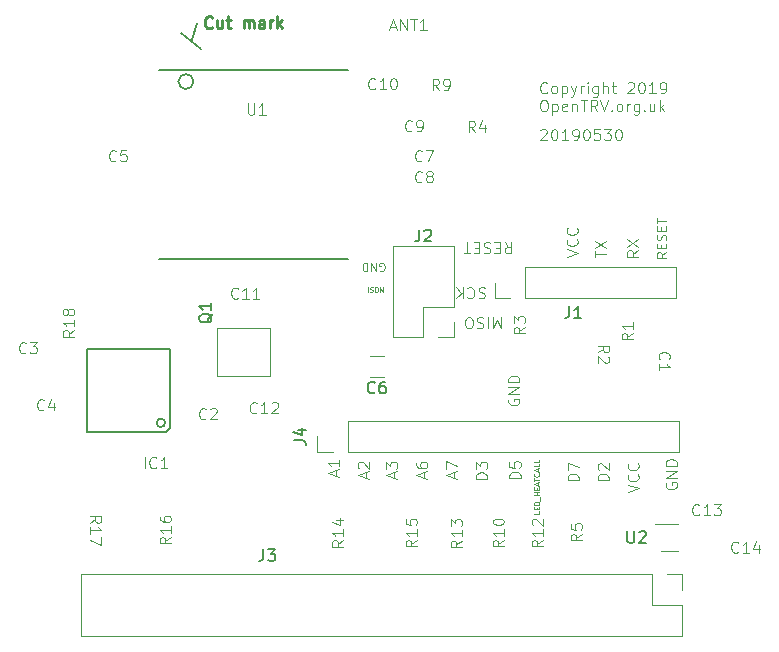
<source format=gbr>
G04 #@! TF.GenerationSoftware,KiCad,Pcbnew,5.0.0*
G04 #@! TF.CreationDate,2019-05-31T14:30:27+01:00*
G04 #@! TF.ProjectId,RRAT,525241542E6B696361645F7063620000,rev?*
G04 #@! TF.SameCoordinates,Original*
G04 #@! TF.FileFunction,Legend,Top*
G04 #@! TF.FilePolarity,Positive*
%FSLAX46Y46*%
G04 Gerber Fmt 4.6, Leading zero omitted, Abs format (unit mm)*
G04 Created by KiCad (PCBNEW 5.0.0) date Fri May 31 14:30:27 2019*
%MOMM*%
%LPD*%
G01*
G04 APERTURE LIST*
%ADD10C,0.076000*%
%ADD11C,0.080000*%
%ADD12C,0.150000*%
%ADD13C,0.250000*%
%ADD14C,0.120000*%
%ADD15C,0.152400*%
%ADD16C,0.203200*%
%ADD17C,0.127000*%
G04 APERTURE END LIST*
D10*
X145273904Y-78644333D02*
X145726285Y-78644333D01*
X145183428Y-78915761D02*
X145500095Y-77965761D01*
X145816761Y-78915761D01*
X146133428Y-78915761D02*
X146133428Y-77965761D01*
X146676285Y-78915761D01*
X146676285Y-77965761D01*
X146992952Y-77965761D02*
X147535809Y-77965761D01*
X147264380Y-78915761D02*
X147264380Y-77965761D01*
X148350095Y-78915761D02*
X147807238Y-78915761D01*
X148078666Y-78915761D02*
X148078666Y-77965761D01*
X147988190Y-78101476D01*
X147897714Y-78191952D01*
X147807238Y-78237190D01*
D11*
X140655931Y-116690729D02*
X140655931Y-116238348D01*
X140927359Y-116781205D02*
X139977359Y-116464538D01*
X140927359Y-116147872D01*
X140927359Y-115333586D02*
X140927359Y-115876443D01*
X140927359Y-115605014D02*
X139977359Y-115605014D01*
X140113074Y-115695491D01*
X140203550Y-115785967D01*
X140248788Y-115876443D01*
X157908571Y-119681219D02*
X157908571Y-119895505D01*
X157458571Y-119895505D01*
X157672857Y-119531219D02*
X157672857Y-119381219D01*
X157908571Y-119316934D02*
X157908571Y-119531219D01*
X157458571Y-119531219D01*
X157458571Y-119316934D01*
X157908571Y-119124076D02*
X157458571Y-119124076D01*
X157458571Y-119016934D01*
X157480000Y-118952648D01*
X157522857Y-118909791D01*
X157565714Y-118888362D01*
X157651428Y-118866934D01*
X157715714Y-118866934D01*
X157801428Y-118888362D01*
X157844285Y-118909791D01*
X157887142Y-118952648D01*
X157908571Y-119016934D01*
X157908571Y-119124076D01*
X157951428Y-118781219D02*
X157951428Y-118438362D01*
X157908571Y-118331219D02*
X157458571Y-118331219D01*
X157672857Y-118331219D02*
X157672857Y-118074076D01*
X157908571Y-118074076D02*
X157458571Y-118074076D01*
X157672857Y-117859791D02*
X157672857Y-117709791D01*
X157908571Y-117645505D02*
X157908571Y-117859791D01*
X157458571Y-117859791D01*
X157458571Y-117645505D01*
X157780000Y-117474076D02*
X157780000Y-117259791D01*
X157908571Y-117516934D02*
X157458571Y-117366934D01*
X157908571Y-117216934D01*
X157458571Y-117131219D02*
X157458571Y-116874076D01*
X157908571Y-117002648D02*
X157458571Y-117002648D01*
X157865714Y-116466934D02*
X157887142Y-116488362D01*
X157908571Y-116552648D01*
X157908571Y-116595505D01*
X157887142Y-116659791D01*
X157844285Y-116702648D01*
X157801428Y-116724076D01*
X157715714Y-116745505D01*
X157651428Y-116745505D01*
X157565714Y-116724076D01*
X157522857Y-116702648D01*
X157480000Y-116659791D01*
X157458571Y-116595505D01*
X157458571Y-116552648D01*
X157480000Y-116488362D01*
X157501428Y-116466934D01*
X157780000Y-116295505D02*
X157780000Y-116081219D01*
X157908571Y-116338362D02*
X157458571Y-116188362D01*
X157908571Y-116038362D01*
X157908571Y-115674076D02*
X157908571Y-115888362D01*
X157458571Y-115888362D01*
X157908571Y-115309791D02*
X157908571Y-115524076D01*
X157458571Y-115524076D01*
D12*
X128524000Y-79756000D02*
X128948198Y-78334134D01*
X129286000Y-80518000D02*
X127601998Y-79210434D01*
D13*
X130199142Y-78691276D02*
X130151523Y-78738895D01*
X130008666Y-78786514D01*
X129913428Y-78786514D01*
X129770571Y-78738895D01*
X129675333Y-78643657D01*
X129627714Y-78548419D01*
X129580095Y-78357943D01*
X129580095Y-78215086D01*
X129627714Y-78024610D01*
X129675333Y-77929372D01*
X129770571Y-77834134D01*
X129913428Y-77786514D01*
X130008666Y-77786514D01*
X130151523Y-77834134D01*
X130199142Y-77881753D01*
X131056285Y-78119848D02*
X131056285Y-78786514D01*
X130627714Y-78119848D02*
X130627714Y-78643657D01*
X130675333Y-78738895D01*
X130770571Y-78786514D01*
X130913428Y-78786514D01*
X131008666Y-78738895D01*
X131056285Y-78691276D01*
X131389619Y-78119848D02*
X131770571Y-78119848D01*
X131532476Y-77786514D02*
X131532476Y-78643657D01*
X131580095Y-78738895D01*
X131675333Y-78786514D01*
X131770571Y-78786514D01*
X132865809Y-78786514D02*
X132865809Y-78119848D01*
X132865809Y-78215086D02*
X132913428Y-78167467D01*
X133008666Y-78119848D01*
X133151523Y-78119848D01*
X133246761Y-78167467D01*
X133294380Y-78262705D01*
X133294380Y-78786514D01*
X133294380Y-78262705D02*
X133342000Y-78167467D01*
X133437238Y-78119848D01*
X133580095Y-78119848D01*
X133675333Y-78167467D01*
X133722952Y-78262705D01*
X133722952Y-78786514D01*
X134627714Y-78786514D02*
X134627714Y-78262705D01*
X134580095Y-78167467D01*
X134484857Y-78119848D01*
X134294380Y-78119848D01*
X134199142Y-78167467D01*
X134627714Y-78738895D02*
X134532476Y-78786514D01*
X134294380Y-78786514D01*
X134199142Y-78738895D01*
X134151523Y-78643657D01*
X134151523Y-78548419D01*
X134199142Y-78453181D01*
X134294380Y-78405562D01*
X134532476Y-78405562D01*
X134627714Y-78357943D01*
X135103904Y-78786514D02*
X135103904Y-78119848D01*
X135103904Y-78310324D02*
X135151523Y-78215086D01*
X135199142Y-78167467D01*
X135294380Y-78119848D01*
X135389619Y-78119848D01*
X135722952Y-78786514D02*
X135722952Y-77786514D01*
X135818190Y-78405562D02*
X136103904Y-78786514D01*
X136103904Y-78119848D02*
X135722952Y-78500800D01*
D11*
X144400000Y-99314000D02*
X144466666Y-99347333D01*
X144566666Y-99347333D01*
X144666666Y-99314000D01*
X144733333Y-99247333D01*
X144766666Y-99180666D01*
X144800000Y-99047333D01*
X144800000Y-98947333D01*
X144766666Y-98814000D01*
X144733333Y-98747333D01*
X144666666Y-98680666D01*
X144566666Y-98647333D01*
X144500000Y-98647333D01*
X144400000Y-98680666D01*
X144366666Y-98714000D01*
X144366666Y-98947333D01*
X144500000Y-98947333D01*
X144066666Y-98647333D02*
X144066666Y-99347333D01*
X143666666Y-98647333D01*
X143666666Y-99347333D01*
X143333333Y-98647333D02*
X143333333Y-99347333D01*
X143166666Y-99347333D01*
X143066666Y-99314000D01*
X143000000Y-99247333D01*
X142966666Y-99180666D01*
X142933333Y-99047333D01*
X142933333Y-98947333D01*
X142966666Y-98814000D01*
X143000000Y-98747333D01*
X143066666Y-98680666D01*
X143166666Y-98647333D01*
X143333333Y-98647333D01*
X154964571Y-96885238D02*
X155281238Y-97337619D01*
X155507428Y-96885238D02*
X155507428Y-97835238D01*
X155145523Y-97835238D01*
X155055047Y-97790000D01*
X155009809Y-97744761D01*
X154964571Y-97654285D01*
X154964571Y-97518571D01*
X155009809Y-97428095D01*
X155055047Y-97382857D01*
X155145523Y-97337619D01*
X155507428Y-97337619D01*
X154557428Y-97382857D02*
X154240761Y-97382857D01*
X154105047Y-96885238D02*
X154557428Y-96885238D01*
X154557428Y-97835238D01*
X154105047Y-97835238D01*
X153743142Y-96930476D02*
X153607428Y-96885238D01*
X153381238Y-96885238D01*
X153290761Y-96930476D01*
X153245523Y-96975714D01*
X153200285Y-97066190D01*
X153200285Y-97156666D01*
X153245523Y-97247142D01*
X153290761Y-97292380D01*
X153381238Y-97337619D01*
X153562190Y-97382857D01*
X153652666Y-97428095D01*
X153697904Y-97473333D01*
X153743142Y-97563809D01*
X153743142Y-97654285D01*
X153697904Y-97744761D01*
X153652666Y-97790000D01*
X153562190Y-97835238D01*
X153336000Y-97835238D01*
X153200285Y-97790000D01*
X152793142Y-97382857D02*
X152476476Y-97382857D01*
X152340761Y-96885238D02*
X152793142Y-96885238D01*
X152793142Y-97835238D01*
X152340761Y-97835238D01*
X152069333Y-97835238D02*
X151526476Y-97835238D01*
X151797904Y-96885238D02*
X151797904Y-97835238D01*
X153297809Y-100740476D02*
X153162095Y-100695238D01*
X152935904Y-100695238D01*
X152845428Y-100740476D01*
X152800190Y-100785714D01*
X152754952Y-100876190D01*
X152754952Y-100966666D01*
X152800190Y-101057142D01*
X152845428Y-101102380D01*
X152935904Y-101147619D01*
X153116857Y-101192857D01*
X153207333Y-101238095D01*
X153252571Y-101283333D01*
X153297809Y-101373809D01*
X153297809Y-101464285D01*
X153252571Y-101554761D01*
X153207333Y-101600000D01*
X153116857Y-101645238D01*
X152890666Y-101645238D01*
X152754952Y-101600000D01*
X151804952Y-100785714D02*
X151850190Y-100740476D01*
X151985904Y-100695238D01*
X152076380Y-100695238D01*
X152212095Y-100740476D01*
X152302571Y-100830952D01*
X152347809Y-100921428D01*
X152393047Y-101102380D01*
X152393047Y-101238095D01*
X152347809Y-101419047D01*
X152302571Y-101509523D01*
X152212095Y-101600000D01*
X152076380Y-101645238D01*
X151985904Y-101645238D01*
X151850190Y-101600000D01*
X151804952Y-101554761D01*
X151397809Y-100695238D02*
X151397809Y-101645238D01*
X150854952Y-100695238D02*
X151262095Y-101238095D01*
X150854952Y-101645238D02*
X151397809Y-101102380D01*
X154647904Y-103235238D02*
X154647904Y-104185238D01*
X154331238Y-103506666D01*
X154014571Y-104185238D01*
X154014571Y-103235238D01*
X153562190Y-103235238D02*
X153562190Y-104185238D01*
X153155047Y-103280476D02*
X153019333Y-103235238D01*
X152793142Y-103235238D01*
X152702666Y-103280476D01*
X152657428Y-103325714D01*
X152612190Y-103416190D01*
X152612190Y-103506666D01*
X152657428Y-103597142D01*
X152702666Y-103642380D01*
X152793142Y-103687619D01*
X152974095Y-103732857D01*
X153064571Y-103778095D01*
X153109809Y-103823333D01*
X153155047Y-103913809D01*
X153155047Y-104004285D01*
X153109809Y-104094761D01*
X153064571Y-104140000D01*
X152974095Y-104185238D01*
X152747904Y-104185238D01*
X152612190Y-104140000D01*
X152024095Y-104185238D02*
X151843142Y-104185238D01*
X151752666Y-104140000D01*
X151662190Y-104049523D01*
X151616952Y-103868571D01*
X151616952Y-103551904D01*
X151662190Y-103370952D01*
X151752666Y-103280476D01*
X151843142Y-103235238D01*
X152024095Y-103235238D01*
X152114571Y-103280476D01*
X152205047Y-103370952D01*
X152250285Y-103551904D01*
X152250285Y-103868571D01*
X152205047Y-104049523D01*
X152114571Y-104140000D01*
X152024095Y-104185238D01*
X144660380Y-100711047D02*
X144660380Y-101111047D01*
X144527047Y-100825333D01*
X144393714Y-101111047D01*
X144393714Y-100711047D01*
X144127047Y-101111047D02*
X144050857Y-101111047D01*
X144012761Y-101092000D01*
X143974666Y-101053904D01*
X143955619Y-100977714D01*
X143955619Y-100844380D01*
X143974666Y-100768190D01*
X144012761Y-100730095D01*
X144050857Y-100711047D01*
X144127047Y-100711047D01*
X144165142Y-100730095D01*
X144203238Y-100768190D01*
X144222285Y-100844380D01*
X144222285Y-100977714D01*
X144203238Y-101053904D01*
X144165142Y-101092000D01*
X144127047Y-101111047D01*
X143803238Y-100730095D02*
X143746095Y-100711047D01*
X143650857Y-100711047D01*
X143612761Y-100730095D01*
X143593714Y-100749142D01*
X143574666Y-100787238D01*
X143574666Y-100825333D01*
X143593714Y-100863428D01*
X143612761Y-100882476D01*
X143650857Y-100901523D01*
X143727047Y-100920571D01*
X143765142Y-100939619D01*
X143784190Y-100958666D01*
X143803238Y-100996761D01*
X143803238Y-101034857D01*
X143784190Y-101072952D01*
X143765142Y-101092000D01*
X143727047Y-101111047D01*
X143631809Y-101111047D01*
X143574666Y-101092000D01*
X143403238Y-100711047D02*
X143403238Y-101111047D01*
X143221331Y-116855829D02*
X143221331Y-116403448D01*
X143492759Y-116946305D02*
X142542759Y-116629638D01*
X143492759Y-116312972D01*
X142633236Y-116041543D02*
X142587998Y-115996305D01*
X142542759Y-115905829D01*
X142542759Y-115679638D01*
X142587998Y-115589162D01*
X142633236Y-115543924D01*
X142723712Y-115498686D01*
X142814188Y-115498686D01*
X142949902Y-115543924D01*
X143492759Y-116086781D01*
X143492759Y-115498686D01*
X145608931Y-116855829D02*
X145608931Y-116403448D01*
X145880359Y-116946305D02*
X144930359Y-116629638D01*
X145880359Y-116312972D01*
X144930359Y-116086781D02*
X144930359Y-115498686D01*
X145292264Y-115815353D01*
X145292264Y-115679638D01*
X145337502Y-115589162D01*
X145382740Y-115543924D01*
X145473217Y-115498686D01*
X145699407Y-115498686D01*
X145789883Y-115543924D01*
X145835121Y-115589162D01*
X145880359Y-115679638D01*
X145880359Y-115951067D01*
X145835121Y-116041543D01*
X145789883Y-116086781D01*
X150688931Y-116855829D02*
X150688931Y-116403448D01*
X150960359Y-116946305D02*
X150010359Y-116629638D01*
X150960359Y-116312972D01*
X150010359Y-116086781D02*
X150010359Y-115453448D01*
X150960359Y-115860591D01*
X148136231Y-116855829D02*
X148136231Y-116403448D01*
X148407659Y-116946305D02*
X147457659Y-116629638D01*
X148407659Y-116312972D01*
X147457659Y-115589162D02*
X147457659Y-115770114D01*
X147502898Y-115860591D01*
X147548136Y-115905829D01*
X147683850Y-115996305D01*
X147864802Y-116041543D01*
X148226707Y-116041543D01*
X148317183Y-115996305D01*
X148362421Y-115951067D01*
X148407659Y-115860591D01*
X148407659Y-115679638D01*
X148362421Y-115589162D01*
X148317183Y-115543924D01*
X148226707Y-115498686D01*
X148000517Y-115498686D01*
X147910040Y-115543924D01*
X147864802Y-115589162D01*
X147819564Y-115679638D01*
X147819564Y-115860591D01*
X147864802Y-115951067D01*
X147910040Y-115996305D01*
X148000517Y-116041543D01*
X153474959Y-116946305D02*
X152524959Y-116946305D01*
X152524959Y-116720114D01*
X152570198Y-116584400D01*
X152660674Y-116493924D01*
X152751150Y-116448686D01*
X152932102Y-116403448D01*
X153067817Y-116403448D01*
X153248769Y-116448686D01*
X153339245Y-116493924D01*
X153429721Y-116584400D01*
X153474959Y-116720114D01*
X153474959Y-116946305D01*
X152524959Y-116086781D02*
X152524959Y-115498686D01*
X152886864Y-115815353D01*
X152886864Y-115679638D01*
X152932102Y-115589162D01*
X152977340Y-115543924D01*
X153067817Y-115498686D01*
X153294007Y-115498686D01*
X153384483Y-115543924D01*
X153429721Y-115589162D01*
X153474959Y-115679638D01*
X153474959Y-115951067D01*
X153429721Y-116041543D01*
X153384483Y-116086781D01*
X161260059Y-117060605D02*
X160310059Y-117060605D01*
X160310059Y-116834414D01*
X160355298Y-116698700D01*
X160445774Y-116608224D01*
X160536250Y-116562986D01*
X160717202Y-116517748D01*
X160852917Y-116517748D01*
X161033869Y-116562986D01*
X161124345Y-116608224D01*
X161214821Y-116698700D01*
X161260059Y-116834414D01*
X161260059Y-117060605D01*
X160310059Y-116201081D02*
X160310059Y-115567748D01*
X161260059Y-115974891D01*
X156307059Y-116895505D02*
X155357059Y-116895505D01*
X155357059Y-116669314D01*
X155402298Y-116533600D01*
X155492774Y-116443124D01*
X155583250Y-116397886D01*
X155764202Y-116352648D01*
X155899917Y-116352648D01*
X156080869Y-116397886D01*
X156171345Y-116443124D01*
X156261821Y-116533600D01*
X156307059Y-116669314D01*
X156307059Y-116895505D01*
X155357059Y-115493124D02*
X155357059Y-115945505D01*
X155809440Y-115990743D01*
X155764202Y-115945505D01*
X155718964Y-115855029D01*
X155718964Y-115628838D01*
X155764202Y-115538362D01*
X155809440Y-115493124D01*
X155899917Y-115447886D01*
X156126107Y-115447886D01*
X156216583Y-115493124D01*
X156261821Y-115538362D01*
X156307059Y-115628838D01*
X156307059Y-115855029D01*
X156261821Y-115945505D01*
X156216583Y-115990743D01*
X165390059Y-118055843D02*
X166340059Y-117739176D01*
X165390059Y-117422510D01*
X166249583Y-116562986D02*
X166294821Y-116608224D01*
X166340059Y-116743938D01*
X166340059Y-116834414D01*
X166294821Y-116970129D01*
X166204345Y-117060605D01*
X166113869Y-117105843D01*
X165932917Y-117151081D01*
X165797202Y-117151081D01*
X165616250Y-117105843D01*
X165525774Y-117060605D01*
X165435298Y-116970129D01*
X165390059Y-116834414D01*
X165390059Y-116743938D01*
X165435298Y-116608224D01*
X165480536Y-116562986D01*
X166249583Y-115612986D02*
X166294821Y-115658224D01*
X166340059Y-115793938D01*
X166340059Y-115884414D01*
X166294821Y-116020129D01*
X166204345Y-116110605D01*
X166113869Y-116155843D01*
X165932917Y-116201081D01*
X165797202Y-116201081D01*
X165616250Y-116155843D01*
X165525774Y-116110605D01*
X165435298Y-116020129D01*
X165390059Y-115884414D01*
X165390059Y-115793938D01*
X165435298Y-115658224D01*
X165480536Y-115612986D01*
X163787359Y-117060605D02*
X162837359Y-117060605D01*
X162837359Y-116834414D01*
X162882598Y-116698700D01*
X162973074Y-116608224D01*
X163063550Y-116562986D01*
X163244502Y-116517748D01*
X163380217Y-116517748D01*
X163561169Y-116562986D01*
X163651645Y-116608224D01*
X163742121Y-116698700D01*
X163787359Y-116834414D01*
X163787359Y-117060605D01*
X162927836Y-116155843D02*
X162882598Y-116110605D01*
X162837359Y-116020129D01*
X162837359Y-115793938D01*
X162882598Y-115703462D01*
X162927836Y-115658224D01*
X163018312Y-115612986D01*
X163108788Y-115612986D01*
X163244502Y-115658224D01*
X163787359Y-116201081D01*
X163787359Y-115612986D01*
X168656000Y-117285428D02*
X168610761Y-117375904D01*
X168610761Y-117511619D01*
X168656000Y-117647333D01*
X168746476Y-117737809D01*
X168836952Y-117783047D01*
X169017904Y-117828285D01*
X169153619Y-117828285D01*
X169334571Y-117783047D01*
X169425047Y-117737809D01*
X169515523Y-117647333D01*
X169560761Y-117511619D01*
X169560761Y-117421142D01*
X169515523Y-117285428D01*
X169470285Y-117240190D01*
X169153619Y-117240190D01*
X169153619Y-117421142D01*
X169560761Y-116833047D02*
X168610761Y-116833047D01*
X169560761Y-116290190D01*
X168610761Y-116290190D01*
X169560761Y-115837809D02*
X168610761Y-115837809D01*
X168610761Y-115611619D01*
X168656000Y-115475904D01*
X168746476Y-115385428D01*
X168836952Y-115340190D01*
X169017904Y-115294952D01*
X169153619Y-115294952D01*
X169334571Y-115340190D01*
X169425047Y-115385428D01*
X169515523Y-115475904D01*
X169560761Y-115611619D01*
X169560761Y-115837809D01*
X155300698Y-110186662D02*
X155255459Y-110277138D01*
X155255459Y-110412853D01*
X155300698Y-110548567D01*
X155391174Y-110639043D01*
X155481650Y-110684281D01*
X155662602Y-110729519D01*
X155798317Y-110729519D01*
X155979269Y-110684281D01*
X156069745Y-110639043D01*
X156160221Y-110548567D01*
X156205459Y-110412853D01*
X156205459Y-110322376D01*
X156160221Y-110186662D01*
X156114983Y-110141424D01*
X155798317Y-110141424D01*
X155798317Y-110322376D01*
X156205459Y-109734281D02*
X155255459Y-109734281D01*
X156205459Y-109191424D01*
X155255459Y-109191424D01*
X156205459Y-108739043D02*
X155255459Y-108739043D01*
X155255459Y-108512853D01*
X155300698Y-108377138D01*
X155391174Y-108286662D01*
X155481650Y-108241424D01*
X155662602Y-108196186D01*
X155798317Y-108196186D01*
X155979269Y-108241424D01*
X156069745Y-108286662D01*
X156160221Y-108377138D01*
X156205459Y-108512853D01*
X156205459Y-108739043D01*
X160204761Y-98125809D02*
X161154761Y-97809142D01*
X160204761Y-97492476D01*
X161064285Y-96632952D02*
X161109523Y-96678190D01*
X161154761Y-96813904D01*
X161154761Y-96904380D01*
X161109523Y-97040095D01*
X161019047Y-97130571D01*
X160928571Y-97175809D01*
X160747619Y-97221047D01*
X160611904Y-97221047D01*
X160430952Y-97175809D01*
X160340476Y-97130571D01*
X160250000Y-97040095D01*
X160204761Y-96904380D01*
X160204761Y-96813904D01*
X160250000Y-96678190D01*
X160295238Y-96632952D01*
X161064285Y-95682952D02*
X161109523Y-95728190D01*
X161154761Y-95863904D01*
X161154761Y-95954380D01*
X161109523Y-96090095D01*
X161019047Y-96180571D01*
X160928571Y-96225809D01*
X160747619Y-96271047D01*
X160611904Y-96271047D01*
X160430952Y-96225809D01*
X160340476Y-96180571D01*
X160250000Y-96090095D01*
X160204761Y-95954380D01*
X160204761Y-95863904D01*
X160250000Y-95728190D01*
X160295238Y-95682952D01*
X162629761Y-98165095D02*
X162629761Y-97622238D01*
X163579761Y-97893666D02*
X162629761Y-97893666D01*
X162629761Y-97396047D02*
X163579761Y-96762714D01*
X162629761Y-96762714D02*
X163579761Y-97396047D01*
X166279761Y-97587714D02*
X165827380Y-97904380D01*
X166279761Y-98130571D02*
X165329761Y-98130571D01*
X165329761Y-97768666D01*
X165375000Y-97678190D01*
X165420238Y-97632952D01*
X165510714Y-97587714D01*
X165646428Y-97587714D01*
X165736904Y-97632952D01*
X165782142Y-97678190D01*
X165827380Y-97768666D01*
X165827380Y-98130571D01*
X165329761Y-97271047D02*
X166279761Y-96637714D01*
X165329761Y-96637714D02*
X166279761Y-97271047D01*
X168636904Y-97748428D02*
X168255952Y-98015095D01*
X168636904Y-98205571D02*
X167836904Y-98205571D01*
X167836904Y-97900809D01*
X167875000Y-97824619D01*
X167913095Y-97786523D01*
X167989285Y-97748428D01*
X168103571Y-97748428D01*
X168179761Y-97786523D01*
X168217857Y-97824619D01*
X168255952Y-97900809D01*
X168255952Y-98205571D01*
X168217857Y-97405571D02*
X168217857Y-97138904D01*
X168636904Y-97024619D02*
X168636904Y-97405571D01*
X167836904Y-97405571D01*
X167836904Y-97024619D01*
X168598809Y-96719857D02*
X168636904Y-96605571D01*
X168636904Y-96415095D01*
X168598809Y-96338904D01*
X168560714Y-96300809D01*
X168484523Y-96262714D01*
X168408333Y-96262714D01*
X168332142Y-96300809D01*
X168294047Y-96338904D01*
X168255952Y-96415095D01*
X168217857Y-96567476D01*
X168179761Y-96643666D01*
X168141666Y-96681761D01*
X168065476Y-96719857D01*
X167989285Y-96719857D01*
X167913095Y-96681761D01*
X167875000Y-96643666D01*
X167836904Y-96567476D01*
X167836904Y-96377000D01*
X167875000Y-96262714D01*
X168217857Y-95919857D02*
X168217857Y-95653190D01*
X168636904Y-95538904D02*
X168636904Y-95919857D01*
X167836904Y-95919857D01*
X167836904Y-95538904D01*
X167836904Y-95310333D02*
X167836904Y-94853190D01*
X168636904Y-95081761D02*
X167836904Y-95081761D01*
X157990857Y-87421238D02*
X158036095Y-87376000D01*
X158126571Y-87330761D01*
X158352761Y-87330761D01*
X158443238Y-87376000D01*
X158488476Y-87421238D01*
X158533714Y-87511714D01*
X158533714Y-87602190D01*
X158488476Y-87737904D01*
X157945619Y-88280761D01*
X158533714Y-88280761D01*
X159121809Y-87330761D02*
X159212285Y-87330761D01*
X159302761Y-87376000D01*
X159348000Y-87421238D01*
X159393238Y-87511714D01*
X159438476Y-87692666D01*
X159438476Y-87918857D01*
X159393238Y-88099809D01*
X159348000Y-88190285D01*
X159302761Y-88235523D01*
X159212285Y-88280761D01*
X159121809Y-88280761D01*
X159031333Y-88235523D01*
X158986095Y-88190285D01*
X158940857Y-88099809D01*
X158895619Y-87918857D01*
X158895619Y-87692666D01*
X158940857Y-87511714D01*
X158986095Y-87421238D01*
X159031333Y-87376000D01*
X159121809Y-87330761D01*
X160343238Y-88280761D02*
X159800380Y-88280761D01*
X160071809Y-88280761D02*
X160071809Y-87330761D01*
X159981333Y-87466476D01*
X159890857Y-87556952D01*
X159800380Y-87602190D01*
X160795619Y-88280761D02*
X160976571Y-88280761D01*
X161067047Y-88235523D01*
X161112285Y-88190285D01*
X161202761Y-88054571D01*
X161248000Y-87873619D01*
X161248000Y-87511714D01*
X161202761Y-87421238D01*
X161157523Y-87376000D01*
X161067047Y-87330761D01*
X160886095Y-87330761D01*
X160795619Y-87376000D01*
X160750380Y-87421238D01*
X160705142Y-87511714D01*
X160705142Y-87737904D01*
X160750380Y-87828380D01*
X160795619Y-87873619D01*
X160886095Y-87918857D01*
X161067047Y-87918857D01*
X161157523Y-87873619D01*
X161202761Y-87828380D01*
X161248000Y-87737904D01*
X161836095Y-87330761D02*
X161926571Y-87330761D01*
X162017047Y-87376000D01*
X162062285Y-87421238D01*
X162107523Y-87511714D01*
X162152761Y-87692666D01*
X162152761Y-87918857D01*
X162107523Y-88099809D01*
X162062285Y-88190285D01*
X162017047Y-88235523D01*
X161926571Y-88280761D01*
X161836095Y-88280761D01*
X161745619Y-88235523D01*
X161700380Y-88190285D01*
X161655142Y-88099809D01*
X161609904Y-87918857D01*
X161609904Y-87692666D01*
X161655142Y-87511714D01*
X161700380Y-87421238D01*
X161745619Y-87376000D01*
X161836095Y-87330761D01*
X163012285Y-87330761D02*
X162559904Y-87330761D01*
X162514666Y-87783142D01*
X162559904Y-87737904D01*
X162650380Y-87692666D01*
X162876571Y-87692666D01*
X162967047Y-87737904D01*
X163012285Y-87783142D01*
X163057523Y-87873619D01*
X163057523Y-88099809D01*
X163012285Y-88190285D01*
X162967047Y-88235523D01*
X162876571Y-88280761D01*
X162650380Y-88280761D01*
X162559904Y-88235523D01*
X162514666Y-88190285D01*
X163374190Y-87330761D02*
X163962285Y-87330761D01*
X163645619Y-87692666D01*
X163781333Y-87692666D01*
X163871809Y-87737904D01*
X163917047Y-87783142D01*
X163962285Y-87873619D01*
X163962285Y-88099809D01*
X163917047Y-88190285D01*
X163871809Y-88235523D01*
X163781333Y-88280761D01*
X163509904Y-88280761D01*
X163419428Y-88235523D01*
X163374190Y-88190285D01*
X164550380Y-87330761D02*
X164640857Y-87330761D01*
X164731333Y-87376000D01*
X164776571Y-87421238D01*
X164821809Y-87511714D01*
X164867047Y-87692666D01*
X164867047Y-87918857D01*
X164821809Y-88099809D01*
X164776571Y-88190285D01*
X164731333Y-88235523D01*
X164640857Y-88280761D01*
X164550380Y-88280761D01*
X164459904Y-88235523D01*
X164414666Y-88190285D01*
X164369428Y-88099809D01*
X164324190Y-87918857D01*
X164324190Y-87692666D01*
X164369428Y-87511714D01*
X164414666Y-87421238D01*
X164459904Y-87376000D01*
X164550380Y-87330761D01*
X158555047Y-84211285D02*
X158509809Y-84256523D01*
X158374095Y-84301761D01*
X158283619Y-84301761D01*
X158147904Y-84256523D01*
X158057428Y-84166047D01*
X158012190Y-84075571D01*
X157966952Y-83894619D01*
X157966952Y-83758904D01*
X158012190Y-83577952D01*
X158057428Y-83487476D01*
X158147904Y-83397000D01*
X158283619Y-83351761D01*
X158374095Y-83351761D01*
X158509809Y-83397000D01*
X158555047Y-83442238D01*
X159097904Y-84301761D02*
X159007428Y-84256523D01*
X158962190Y-84211285D01*
X158916952Y-84120809D01*
X158916952Y-83849380D01*
X158962190Y-83758904D01*
X159007428Y-83713666D01*
X159097904Y-83668428D01*
X159233619Y-83668428D01*
X159324095Y-83713666D01*
X159369333Y-83758904D01*
X159414571Y-83849380D01*
X159414571Y-84120809D01*
X159369333Y-84211285D01*
X159324095Y-84256523D01*
X159233619Y-84301761D01*
X159097904Y-84301761D01*
X159821714Y-83668428D02*
X159821714Y-84618428D01*
X159821714Y-83713666D02*
X159912190Y-83668428D01*
X160093142Y-83668428D01*
X160183619Y-83713666D01*
X160228857Y-83758904D01*
X160274095Y-83849380D01*
X160274095Y-84120809D01*
X160228857Y-84211285D01*
X160183619Y-84256523D01*
X160093142Y-84301761D01*
X159912190Y-84301761D01*
X159821714Y-84256523D01*
X160590761Y-83668428D02*
X160816952Y-84301761D01*
X161043142Y-83668428D02*
X160816952Y-84301761D01*
X160726476Y-84527952D01*
X160681238Y-84573190D01*
X160590761Y-84618428D01*
X161405047Y-84301761D02*
X161405047Y-83668428D01*
X161405047Y-83849380D02*
X161450285Y-83758904D01*
X161495523Y-83713666D01*
X161586000Y-83668428D01*
X161676476Y-83668428D01*
X161993142Y-84301761D02*
X161993142Y-83668428D01*
X161993142Y-83351761D02*
X161947904Y-83397000D01*
X161993142Y-83442238D01*
X162038380Y-83397000D01*
X161993142Y-83351761D01*
X161993142Y-83442238D01*
X162852666Y-83668428D02*
X162852666Y-84437476D01*
X162807428Y-84527952D01*
X162762190Y-84573190D01*
X162671714Y-84618428D01*
X162536000Y-84618428D01*
X162445523Y-84573190D01*
X162852666Y-84256523D02*
X162762190Y-84301761D01*
X162581238Y-84301761D01*
X162490761Y-84256523D01*
X162445523Y-84211285D01*
X162400285Y-84120809D01*
X162400285Y-83849380D01*
X162445523Y-83758904D01*
X162490761Y-83713666D01*
X162581238Y-83668428D01*
X162762190Y-83668428D01*
X162852666Y-83713666D01*
X163305047Y-84301761D02*
X163305047Y-83351761D01*
X163712190Y-84301761D02*
X163712190Y-83804142D01*
X163666952Y-83713666D01*
X163576476Y-83668428D01*
X163440761Y-83668428D01*
X163350285Y-83713666D01*
X163305047Y-83758904D01*
X164028857Y-83668428D02*
X164390761Y-83668428D01*
X164164571Y-83351761D02*
X164164571Y-84166047D01*
X164209809Y-84256523D01*
X164300285Y-84301761D01*
X164390761Y-84301761D01*
X165386000Y-83442238D02*
X165431238Y-83397000D01*
X165521714Y-83351761D01*
X165747904Y-83351761D01*
X165838380Y-83397000D01*
X165883619Y-83442238D01*
X165928857Y-83532714D01*
X165928857Y-83623190D01*
X165883619Y-83758904D01*
X165340761Y-84301761D01*
X165928857Y-84301761D01*
X166516952Y-83351761D02*
X166607428Y-83351761D01*
X166697904Y-83397000D01*
X166743142Y-83442238D01*
X166788380Y-83532714D01*
X166833619Y-83713666D01*
X166833619Y-83939857D01*
X166788380Y-84120809D01*
X166743142Y-84211285D01*
X166697904Y-84256523D01*
X166607428Y-84301761D01*
X166516952Y-84301761D01*
X166426476Y-84256523D01*
X166381238Y-84211285D01*
X166336000Y-84120809D01*
X166290761Y-83939857D01*
X166290761Y-83713666D01*
X166336000Y-83532714D01*
X166381238Y-83442238D01*
X166426476Y-83397000D01*
X166516952Y-83351761D01*
X167738380Y-84301761D02*
X167195523Y-84301761D01*
X167466952Y-84301761D02*
X167466952Y-83351761D01*
X167376476Y-83487476D01*
X167286000Y-83577952D01*
X167195523Y-83623190D01*
X168190761Y-84301761D02*
X168371714Y-84301761D01*
X168462190Y-84256523D01*
X168507428Y-84211285D01*
X168597904Y-84075571D01*
X168643142Y-83894619D01*
X168643142Y-83532714D01*
X168597904Y-83442238D01*
X168552666Y-83397000D01*
X168462190Y-83351761D01*
X168281238Y-83351761D01*
X168190761Y-83397000D01*
X168145523Y-83442238D01*
X168100285Y-83532714D01*
X168100285Y-83758904D01*
X168145523Y-83849380D01*
X168190761Y-83894619D01*
X168281238Y-83939857D01*
X168462190Y-83939857D01*
X168552666Y-83894619D01*
X168597904Y-83849380D01*
X168643142Y-83758904D01*
X158193142Y-84856761D02*
X158374095Y-84856761D01*
X158464571Y-84902000D01*
X158555047Y-84992476D01*
X158600285Y-85173428D01*
X158600285Y-85490095D01*
X158555047Y-85671047D01*
X158464571Y-85761523D01*
X158374095Y-85806761D01*
X158193142Y-85806761D01*
X158102666Y-85761523D01*
X158012190Y-85671047D01*
X157966952Y-85490095D01*
X157966952Y-85173428D01*
X158012190Y-84992476D01*
X158102666Y-84902000D01*
X158193142Y-84856761D01*
X159007428Y-85173428D02*
X159007428Y-86123428D01*
X159007428Y-85218666D02*
X159097904Y-85173428D01*
X159278857Y-85173428D01*
X159369333Y-85218666D01*
X159414571Y-85263904D01*
X159459809Y-85354380D01*
X159459809Y-85625809D01*
X159414571Y-85716285D01*
X159369333Y-85761523D01*
X159278857Y-85806761D01*
X159097904Y-85806761D01*
X159007428Y-85761523D01*
X160228857Y-85761523D02*
X160138380Y-85806761D01*
X159957428Y-85806761D01*
X159866952Y-85761523D01*
X159821714Y-85671047D01*
X159821714Y-85309142D01*
X159866952Y-85218666D01*
X159957428Y-85173428D01*
X160138380Y-85173428D01*
X160228857Y-85218666D01*
X160274095Y-85309142D01*
X160274095Y-85399619D01*
X159821714Y-85490095D01*
X160681238Y-85173428D02*
X160681238Y-85806761D01*
X160681238Y-85263904D02*
X160726476Y-85218666D01*
X160816952Y-85173428D01*
X160952666Y-85173428D01*
X161043142Y-85218666D01*
X161088380Y-85309142D01*
X161088380Y-85806761D01*
X161405047Y-84856761D02*
X161947904Y-84856761D01*
X161676476Y-85806761D02*
X161676476Y-84856761D01*
X162807428Y-85806761D02*
X162490761Y-85354380D01*
X162264571Y-85806761D02*
X162264571Y-84856761D01*
X162626476Y-84856761D01*
X162716952Y-84902000D01*
X162762190Y-84947238D01*
X162807428Y-85037714D01*
X162807428Y-85173428D01*
X162762190Y-85263904D01*
X162716952Y-85309142D01*
X162626476Y-85354380D01*
X162264571Y-85354380D01*
X163078857Y-84856761D02*
X163395523Y-85806761D01*
X163712190Y-84856761D01*
X164028857Y-85716285D02*
X164074095Y-85761523D01*
X164028857Y-85806761D01*
X163983619Y-85761523D01*
X164028857Y-85716285D01*
X164028857Y-85806761D01*
X164616952Y-85806761D02*
X164526476Y-85761523D01*
X164481238Y-85716285D01*
X164436000Y-85625809D01*
X164436000Y-85354380D01*
X164481238Y-85263904D01*
X164526476Y-85218666D01*
X164616952Y-85173428D01*
X164752666Y-85173428D01*
X164843142Y-85218666D01*
X164888380Y-85263904D01*
X164933619Y-85354380D01*
X164933619Y-85625809D01*
X164888380Y-85716285D01*
X164843142Y-85761523D01*
X164752666Y-85806761D01*
X164616952Y-85806761D01*
X165340761Y-85806761D02*
X165340761Y-85173428D01*
X165340761Y-85354380D02*
X165386000Y-85263904D01*
X165431238Y-85218666D01*
X165521714Y-85173428D01*
X165612190Y-85173428D01*
X166336000Y-85173428D02*
X166336000Y-85942476D01*
X166290761Y-86032952D01*
X166245523Y-86078190D01*
X166155047Y-86123428D01*
X166019333Y-86123428D01*
X165928857Y-86078190D01*
X166336000Y-85761523D02*
X166245523Y-85806761D01*
X166064571Y-85806761D01*
X165974095Y-85761523D01*
X165928857Y-85716285D01*
X165883619Y-85625809D01*
X165883619Y-85354380D01*
X165928857Y-85263904D01*
X165974095Y-85218666D01*
X166064571Y-85173428D01*
X166245523Y-85173428D01*
X166336000Y-85218666D01*
X166788380Y-85716285D02*
X166833619Y-85761523D01*
X166788380Y-85806761D01*
X166743142Y-85761523D01*
X166788380Y-85716285D01*
X166788380Y-85806761D01*
X167647904Y-85173428D02*
X167647904Y-85806761D01*
X167240761Y-85173428D02*
X167240761Y-85671047D01*
X167286000Y-85761523D01*
X167376476Y-85806761D01*
X167512190Y-85806761D01*
X167602666Y-85761523D01*
X167647904Y-85716285D01*
X168100285Y-85806761D02*
X168100285Y-84856761D01*
X168190761Y-85444857D02*
X168462190Y-85806761D01*
X168462190Y-85173428D02*
X168100285Y-85535333D01*
D14*
G04 #@! TO.C,C6*
X144744064Y-108352000D02*
X143539936Y-108352000D01*
X144744064Y-106532000D02*
X143539936Y-106532000D01*
G04 #@! TO.C,J3*
X119090000Y-125025000D02*
X119090000Y-130225000D01*
X167410000Y-125025000D02*
X119090000Y-125025000D01*
X170010000Y-130225000D02*
X119090000Y-130225000D01*
X167410000Y-125025000D02*
X167410000Y-127625000D01*
X167410000Y-127625000D02*
X170010000Y-127625000D01*
X170010000Y-127625000D02*
X170010000Y-130225000D01*
X168680000Y-125025000D02*
X170010000Y-125025000D01*
X170010000Y-125025000D02*
X170010000Y-126355000D01*
D15*
G04 #@! TO.C,IC1*
X119609998Y-112961534D02*
X119609998Y-105951534D01*
X119609998Y-105951534D02*
X126619998Y-105951534D01*
X126619998Y-105951534D02*
X126619998Y-112606534D01*
X126264998Y-112961534D02*
X119609998Y-112961534D01*
X126264998Y-112961534D02*
X126619998Y-112606534D01*
X126217398Y-112199734D02*
G75*
G03X126217398Y-112199734I-359200J0D01*
G01*
D16*
G04 #@! TO.C,U1*
X125692398Y-82286434D02*
X141692398Y-82286434D01*
X141692398Y-98286434D02*
X125692398Y-98286434D01*
D17*
X128612398Y-83301434D02*
G75*
G03X128612398Y-83301434I-635000J0D01*
G01*
D14*
G04 #@! TO.C,Q1*
X135059318Y-104150694D02*
X130599318Y-104150694D01*
X130599318Y-104150694D02*
X130599318Y-108214694D01*
X135059318Y-104150694D02*
X135059318Y-108214694D01*
X135059318Y-108214694D02*
X130599318Y-108214694D01*
G04 #@! TO.C,J1*
X169478000Y-101660000D02*
X169478000Y-99000000D01*
X156718000Y-101660000D02*
X169478000Y-101660000D01*
X156718000Y-99000000D02*
X169478000Y-99000000D01*
X156718000Y-101660000D02*
X156718000Y-99000000D01*
X155448000Y-101660000D02*
X154118000Y-101660000D01*
X154118000Y-101660000D02*
X154118000Y-100330000D01*
G04 #@! TO.C,J4*
X169718798Y-114679634D02*
X169718798Y-112019634D01*
X141718798Y-114679634D02*
X169718798Y-114679634D01*
X141718798Y-112019634D02*
X169718798Y-112019634D01*
X141718798Y-114679634D02*
X141718798Y-112019634D01*
X140448798Y-114679634D02*
X139118798Y-114679634D01*
X139118798Y-114679634D02*
X139118798Y-113349634D01*
G04 #@! TO.C,J2*
X150682000Y-97222000D02*
X145482000Y-97222000D01*
X150682000Y-102362000D02*
X150682000Y-97222000D01*
X145482000Y-104962000D02*
X145482000Y-97222000D01*
X150682000Y-102362000D02*
X148082000Y-102362000D01*
X148082000Y-102362000D02*
X148082000Y-104962000D01*
X148082000Y-104962000D02*
X145482000Y-104962000D01*
X150682000Y-103632000D02*
X150682000Y-104962000D01*
X150682000Y-104962000D02*
X149352000Y-104962000D01*
G04 #@! TO.C,U2*
X169610000Y-120760000D02*
X167710000Y-120760000D01*
X168210000Y-123080000D02*
X169610000Y-123080000D01*
G04 #@! TO.C,C6*
D12*
X143975333Y-109619142D02*
X143927714Y-109666761D01*
X143784857Y-109714380D01*
X143689619Y-109714380D01*
X143546761Y-109666761D01*
X143451523Y-109571523D01*
X143403904Y-109476285D01*
X143356285Y-109285809D01*
X143356285Y-109142952D01*
X143403904Y-108952476D01*
X143451523Y-108857238D01*
X143546761Y-108762000D01*
X143689619Y-108714380D01*
X143784857Y-108714380D01*
X143927714Y-108762000D01*
X143975333Y-108809619D01*
X144832476Y-108714380D02*
X144642000Y-108714380D01*
X144546761Y-108762000D01*
X144499142Y-108809619D01*
X144403904Y-108952476D01*
X144356285Y-109142952D01*
X144356285Y-109523904D01*
X144403904Y-109619142D01*
X144451523Y-109666761D01*
X144546761Y-109714380D01*
X144737238Y-109714380D01*
X144832476Y-109666761D01*
X144880095Y-109619142D01*
X144927714Y-109523904D01*
X144927714Y-109285809D01*
X144880095Y-109190571D01*
X144832476Y-109142952D01*
X144737238Y-109095333D01*
X144546761Y-109095333D01*
X144451523Y-109142952D01*
X144403904Y-109190571D01*
X144356285Y-109285809D01*
G04 #@! TO.C,J3*
X134540666Y-122896380D02*
X134540666Y-123610666D01*
X134493047Y-123753523D01*
X134397809Y-123848761D01*
X134254952Y-123896380D01*
X134159714Y-123896380D01*
X134921619Y-122896380D02*
X135540666Y-122896380D01*
X135207333Y-123277333D01*
X135350190Y-123277333D01*
X135445428Y-123324952D01*
X135493047Y-123372571D01*
X135540666Y-123467809D01*
X135540666Y-123705904D01*
X135493047Y-123801142D01*
X135445428Y-123848761D01*
X135350190Y-123896380D01*
X135064476Y-123896380D01*
X134969238Y-123848761D01*
X134921619Y-123801142D01*
G04 #@! TO.C,IC1*
D10*
X124481590Y-116032761D02*
X124481590Y-115082761D01*
X125476828Y-115942285D02*
X125431590Y-115987523D01*
X125295876Y-116032761D01*
X125205400Y-116032761D01*
X125069685Y-115987523D01*
X124979209Y-115897047D01*
X124933971Y-115806571D01*
X124888733Y-115625619D01*
X124888733Y-115489904D01*
X124933971Y-115308952D01*
X124979209Y-115218476D01*
X125069685Y-115128000D01*
X125205400Y-115082761D01*
X125295876Y-115082761D01*
X125431590Y-115128000D01*
X125476828Y-115173238D01*
X126381590Y-116032761D02*
X125838733Y-116032761D01*
X126110161Y-116032761D02*
X126110161Y-115082761D01*
X126019685Y-115218476D01*
X125929209Y-115308952D01*
X125838733Y-115354190D01*
G04 #@! TO.C,U1*
X133239188Y-85161195D02*
X133239188Y-85930243D01*
X133284426Y-86020719D01*
X133329664Y-86065957D01*
X133420140Y-86111195D01*
X133601093Y-86111195D01*
X133691569Y-86065957D01*
X133736807Y-86020719D01*
X133782045Y-85930243D01*
X133782045Y-85161195D01*
X134732045Y-86111195D02*
X134189188Y-86111195D01*
X134460617Y-86111195D02*
X134460617Y-85161195D01*
X134370140Y-85296910D01*
X134279664Y-85387386D01*
X134189188Y-85432624D01*
G04 #@! TO.C,C4*
X115958885Y-111050285D02*
X115913647Y-111095523D01*
X115777933Y-111140761D01*
X115687457Y-111140761D01*
X115551742Y-111095523D01*
X115461266Y-111005047D01*
X115416028Y-110914571D01*
X115370790Y-110733619D01*
X115370790Y-110597904D01*
X115416028Y-110416952D01*
X115461266Y-110326476D01*
X115551742Y-110236000D01*
X115687457Y-110190761D01*
X115777933Y-110190761D01*
X115913647Y-110236000D01*
X115958885Y-110281238D01*
X116773171Y-110507428D02*
X116773171Y-111140761D01*
X116546980Y-110145523D02*
X116320790Y-110824095D01*
X116908885Y-110824095D01*
G04 #@! TO.C,C2*
X129674885Y-111812285D02*
X129629647Y-111857523D01*
X129493933Y-111902761D01*
X129403457Y-111902761D01*
X129267742Y-111857523D01*
X129177266Y-111767047D01*
X129132028Y-111676571D01*
X129086790Y-111495619D01*
X129086790Y-111359904D01*
X129132028Y-111178952D01*
X129177266Y-111088476D01*
X129267742Y-110998000D01*
X129403457Y-110952761D01*
X129493933Y-110952761D01*
X129629647Y-110998000D01*
X129674885Y-111043238D01*
X130036790Y-111043238D02*
X130082028Y-110998000D01*
X130172504Y-110952761D01*
X130398695Y-110952761D01*
X130489171Y-110998000D01*
X130534409Y-111043238D01*
X130579647Y-111133714D01*
X130579647Y-111224190D01*
X130534409Y-111359904D01*
X129991552Y-111902761D01*
X130579647Y-111902761D01*
G04 #@! TO.C,C3*
X114434885Y-106224285D02*
X114389647Y-106269523D01*
X114253933Y-106314761D01*
X114163457Y-106314761D01*
X114027742Y-106269523D01*
X113937266Y-106179047D01*
X113892028Y-106088571D01*
X113846790Y-105907619D01*
X113846790Y-105771904D01*
X113892028Y-105590952D01*
X113937266Y-105500476D01*
X114027742Y-105410000D01*
X114163457Y-105364761D01*
X114253933Y-105364761D01*
X114389647Y-105410000D01*
X114434885Y-105455238D01*
X114751552Y-105364761D02*
X115339647Y-105364761D01*
X115022980Y-105726666D01*
X115158695Y-105726666D01*
X115249171Y-105771904D01*
X115294409Y-105817142D01*
X115339647Y-105907619D01*
X115339647Y-106133809D01*
X115294409Y-106224285D01*
X115249171Y-106269523D01*
X115158695Y-106314761D01*
X114887266Y-106314761D01*
X114796790Y-106269523D01*
X114751552Y-106224285D01*
G04 #@! TO.C,C5*
X122054885Y-89968285D02*
X122009647Y-90013523D01*
X121873933Y-90058761D01*
X121783457Y-90058761D01*
X121647742Y-90013523D01*
X121557266Y-89923047D01*
X121512028Y-89832571D01*
X121466790Y-89651619D01*
X121466790Y-89515904D01*
X121512028Y-89334952D01*
X121557266Y-89244476D01*
X121647742Y-89154000D01*
X121783457Y-89108761D01*
X121873933Y-89108761D01*
X122009647Y-89154000D01*
X122054885Y-89199238D01*
X122914409Y-89108761D02*
X122462028Y-89108761D01*
X122416790Y-89561142D01*
X122462028Y-89515904D01*
X122552504Y-89470666D01*
X122778695Y-89470666D01*
X122869171Y-89515904D01*
X122914409Y-89561142D01*
X122959647Y-89651619D01*
X122959647Y-89877809D01*
X122914409Y-89968285D01*
X122869171Y-90013523D01*
X122778695Y-90058761D01*
X122552504Y-90058761D01*
X122462028Y-90013523D01*
X122416790Y-89968285D01*
G04 #@! TO.C,Q1*
D12*
X130214619Y-102965238D02*
X130167000Y-103060476D01*
X130071761Y-103155714D01*
X129928904Y-103298571D01*
X129881285Y-103393809D01*
X129881285Y-103489047D01*
X130119380Y-103441428D02*
X130071761Y-103536666D01*
X129976523Y-103631904D01*
X129786047Y-103679523D01*
X129452714Y-103679523D01*
X129262238Y-103631904D01*
X129167000Y-103536666D01*
X129119380Y-103441428D01*
X129119380Y-103250952D01*
X129167000Y-103155714D01*
X129262238Y-103060476D01*
X129452714Y-103012857D01*
X129786047Y-103012857D01*
X129976523Y-103060476D01*
X130071761Y-103155714D01*
X130119380Y-103250952D01*
X130119380Y-103441428D01*
X130119380Y-102060476D02*
X130119380Y-102631904D01*
X130119380Y-102346190D02*
X129119380Y-102346190D01*
X129262238Y-102441428D01*
X129357476Y-102536666D01*
X129405095Y-102631904D01*
G04 #@! TO.C,J1*
X160448666Y-102322380D02*
X160448666Y-103036666D01*
X160401047Y-103179523D01*
X160305809Y-103274761D01*
X160162952Y-103322380D01*
X160067714Y-103322380D01*
X161448666Y-103322380D02*
X160877238Y-103322380D01*
X161162952Y-103322380D02*
X161162952Y-102322380D01*
X161067714Y-102465238D01*
X160972476Y-102560476D01*
X160877238Y-102608095D01*
G04 #@! TO.C,J4*
X137120380Y-113682967D02*
X137834666Y-113682967D01*
X137977523Y-113730586D01*
X138072761Y-113825824D01*
X138120380Y-113968681D01*
X138120380Y-114063919D01*
X137453714Y-112778205D02*
X138120380Y-112778205D01*
X137072761Y-113016300D02*
X137787047Y-113254395D01*
X137787047Y-112635348D01*
G04 #@! TO.C,J2*
X147748666Y-95845380D02*
X147748666Y-96559666D01*
X147701047Y-96702523D01*
X147605809Y-96797761D01*
X147462952Y-96845380D01*
X147367714Y-96845380D01*
X148177238Y-95940619D02*
X148224857Y-95893000D01*
X148320095Y-95845380D01*
X148558190Y-95845380D01*
X148653428Y-95893000D01*
X148701047Y-95940619D01*
X148748666Y-96035857D01*
X148748666Y-96131095D01*
X148701047Y-96273952D01*
X148129619Y-96845380D01*
X148748666Y-96845380D01*
G04 #@! TO.C,R4*
D10*
X152456447Y-87584761D02*
X152139780Y-87132380D01*
X151913590Y-87584761D02*
X151913590Y-86634761D01*
X152275495Y-86634761D01*
X152365971Y-86680000D01*
X152411209Y-86725238D01*
X152456447Y-86815714D01*
X152456447Y-86951428D01*
X152411209Y-87041904D01*
X152365971Y-87087142D01*
X152275495Y-87132380D01*
X151913590Y-87132380D01*
X153270733Y-86951428D02*
X153270733Y-87584761D01*
X153044542Y-86589523D02*
X152818352Y-87268095D01*
X153406447Y-87268095D01*
G04 #@! TO.C,R5*
X161498761Y-121609552D02*
X161046380Y-121926219D01*
X161498761Y-122152409D02*
X160548761Y-122152409D01*
X160548761Y-121790504D01*
X160594000Y-121700028D01*
X160639238Y-121654790D01*
X160729714Y-121609552D01*
X160865428Y-121609552D01*
X160955904Y-121654790D01*
X161001142Y-121700028D01*
X161046380Y-121790504D01*
X161046380Y-122152409D01*
X160548761Y-120750028D02*
X160548761Y-121202409D01*
X161001142Y-121247647D01*
X160955904Y-121202409D01*
X160910666Y-121111933D01*
X160910666Y-120885742D01*
X160955904Y-120795266D01*
X161001142Y-120750028D01*
X161091619Y-120704790D01*
X161317809Y-120704790D01*
X161408285Y-120750028D01*
X161453523Y-120795266D01*
X161498761Y-120885742D01*
X161498761Y-121111933D01*
X161453523Y-121202409D01*
X161408285Y-121247647D01*
G04 #@! TO.C,U2*
D12*
X165354095Y-121372380D02*
X165354095Y-122181904D01*
X165401714Y-122277142D01*
X165449333Y-122324761D01*
X165544571Y-122372380D01*
X165735047Y-122372380D01*
X165830285Y-122324761D01*
X165877904Y-122277142D01*
X165925523Y-122181904D01*
X165925523Y-121372380D01*
X166354095Y-121467619D02*
X166401714Y-121420000D01*
X166496952Y-121372380D01*
X166735047Y-121372380D01*
X166830285Y-121420000D01*
X166877904Y-121467619D01*
X166925523Y-121562857D01*
X166925523Y-121658095D01*
X166877904Y-121800952D01*
X166306476Y-122372380D01*
X166925523Y-122372380D01*
G04 #@! TO.C,R15*
D10*
X147528761Y-122117552D02*
X147076380Y-122434219D01*
X147528761Y-122660409D02*
X146578761Y-122660409D01*
X146578761Y-122298504D01*
X146624000Y-122208028D01*
X146669238Y-122162790D01*
X146759714Y-122117552D01*
X146895428Y-122117552D01*
X146985904Y-122162790D01*
X147031142Y-122208028D01*
X147076380Y-122298504D01*
X147076380Y-122660409D01*
X147528761Y-121212790D02*
X147528761Y-121755647D01*
X147528761Y-121484219D02*
X146578761Y-121484219D01*
X146714476Y-121574695D01*
X146804952Y-121665171D01*
X146850190Y-121755647D01*
X146578761Y-120353266D02*
X146578761Y-120805647D01*
X147031142Y-120850885D01*
X146985904Y-120805647D01*
X146940666Y-120715171D01*
X146940666Y-120488980D01*
X146985904Y-120398504D01*
X147031142Y-120353266D01*
X147121619Y-120308028D01*
X147347809Y-120308028D01*
X147438285Y-120353266D01*
X147483523Y-120398504D01*
X147528761Y-120488980D01*
X147528761Y-120715171D01*
X147483523Y-120805647D01*
X147438285Y-120850885D01*
G04 #@! TO.C,C1*
X168095714Y-106814885D02*
X168050476Y-106769647D01*
X168005238Y-106633933D01*
X168005238Y-106543457D01*
X168050476Y-106407742D01*
X168140952Y-106317266D01*
X168231428Y-106272028D01*
X168412380Y-106226790D01*
X168548095Y-106226790D01*
X168729047Y-106272028D01*
X168819523Y-106317266D01*
X168910000Y-106407742D01*
X168955238Y-106543457D01*
X168955238Y-106633933D01*
X168910000Y-106769647D01*
X168864761Y-106814885D01*
X168005238Y-107719647D02*
X168005238Y-107176790D01*
X168005238Y-107448219D02*
X168955238Y-107448219D01*
X168819523Y-107357742D01*
X168729047Y-107267266D01*
X168683809Y-107176790D01*
G04 #@! TO.C,C7*
X147962885Y-89968285D02*
X147917647Y-90013523D01*
X147781933Y-90058761D01*
X147691457Y-90058761D01*
X147555742Y-90013523D01*
X147465266Y-89923047D01*
X147420028Y-89832571D01*
X147374790Y-89651619D01*
X147374790Y-89515904D01*
X147420028Y-89334952D01*
X147465266Y-89244476D01*
X147555742Y-89154000D01*
X147691457Y-89108761D01*
X147781933Y-89108761D01*
X147917647Y-89154000D01*
X147962885Y-89199238D01*
X148279552Y-89108761D02*
X148912885Y-89108761D01*
X148505742Y-90058761D01*
G04 #@! TO.C,C8*
X147962885Y-91746285D02*
X147917647Y-91791523D01*
X147781933Y-91836761D01*
X147691457Y-91836761D01*
X147555742Y-91791523D01*
X147465266Y-91701047D01*
X147420028Y-91610571D01*
X147374790Y-91429619D01*
X147374790Y-91293904D01*
X147420028Y-91112952D01*
X147465266Y-91022476D01*
X147555742Y-90932000D01*
X147691457Y-90886761D01*
X147781933Y-90886761D01*
X147917647Y-90932000D01*
X147962885Y-90977238D01*
X148505742Y-91293904D02*
X148415266Y-91248666D01*
X148370028Y-91203428D01*
X148324790Y-91112952D01*
X148324790Y-91067714D01*
X148370028Y-90977238D01*
X148415266Y-90932000D01*
X148505742Y-90886761D01*
X148686695Y-90886761D01*
X148777171Y-90932000D01*
X148822409Y-90977238D01*
X148867647Y-91067714D01*
X148867647Y-91112952D01*
X148822409Y-91203428D01*
X148777171Y-91248666D01*
X148686695Y-91293904D01*
X148505742Y-91293904D01*
X148415266Y-91339142D01*
X148370028Y-91384380D01*
X148324790Y-91474857D01*
X148324790Y-91655809D01*
X148370028Y-91746285D01*
X148415266Y-91791523D01*
X148505742Y-91836761D01*
X148686695Y-91836761D01*
X148777171Y-91791523D01*
X148822409Y-91746285D01*
X148867647Y-91655809D01*
X148867647Y-91474857D01*
X148822409Y-91384380D01*
X148777171Y-91339142D01*
X148686695Y-91293904D01*
G04 #@! TO.C,C9*
X147120487Y-87427751D02*
X147075249Y-87472989D01*
X146939535Y-87518227D01*
X146849059Y-87518227D01*
X146713344Y-87472989D01*
X146622868Y-87382513D01*
X146577630Y-87292037D01*
X146532392Y-87111085D01*
X146532392Y-86975370D01*
X146577630Y-86794418D01*
X146622868Y-86703942D01*
X146713344Y-86613466D01*
X146849059Y-86568227D01*
X146939535Y-86568227D01*
X147075249Y-86613466D01*
X147120487Y-86658704D01*
X147572868Y-87518227D02*
X147753821Y-87518227D01*
X147844297Y-87472989D01*
X147889535Y-87427751D01*
X147980011Y-87292037D01*
X148025249Y-87111085D01*
X148025249Y-86749180D01*
X147980011Y-86658704D01*
X147934773Y-86613466D01*
X147844297Y-86568227D01*
X147663344Y-86568227D01*
X147572868Y-86613466D01*
X147527630Y-86658704D01*
X147482392Y-86749180D01*
X147482392Y-86975370D01*
X147527630Y-87065846D01*
X147572868Y-87111085D01*
X147663344Y-87156323D01*
X147844297Y-87156323D01*
X147934773Y-87111085D01*
X147980011Y-87065846D01*
X148025249Y-86975370D01*
G04 #@! TO.C,C10*
X144010123Y-83872285D02*
X143964885Y-83917523D01*
X143829171Y-83962761D01*
X143738695Y-83962761D01*
X143602980Y-83917523D01*
X143512504Y-83827047D01*
X143467266Y-83736571D01*
X143422028Y-83555619D01*
X143422028Y-83419904D01*
X143467266Y-83238952D01*
X143512504Y-83148476D01*
X143602980Y-83058000D01*
X143738695Y-83012761D01*
X143829171Y-83012761D01*
X143964885Y-83058000D01*
X144010123Y-83103238D01*
X144914885Y-83962761D02*
X144372028Y-83962761D01*
X144643457Y-83962761D02*
X144643457Y-83012761D01*
X144552980Y-83148476D01*
X144462504Y-83238952D01*
X144372028Y-83284190D01*
X145502980Y-83012761D02*
X145593457Y-83012761D01*
X145683933Y-83058000D01*
X145729171Y-83103238D01*
X145774409Y-83193714D01*
X145819647Y-83374666D01*
X145819647Y-83600857D01*
X145774409Y-83781809D01*
X145729171Y-83872285D01*
X145683933Y-83917523D01*
X145593457Y-83962761D01*
X145502980Y-83962761D01*
X145412504Y-83917523D01*
X145367266Y-83872285D01*
X145322028Y-83781809D01*
X145276790Y-83600857D01*
X145276790Y-83374666D01*
X145322028Y-83193714D01*
X145367266Y-83103238D01*
X145412504Y-83058000D01*
X145502980Y-83012761D01*
G04 #@! TO.C,R1*
X165816761Y-104591552D02*
X165364380Y-104908219D01*
X165816761Y-105134409D02*
X164866761Y-105134409D01*
X164866761Y-104772504D01*
X164912000Y-104682028D01*
X164957238Y-104636790D01*
X165047714Y-104591552D01*
X165183428Y-104591552D01*
X165273904Y-104636790D01*
X165319142Y-104682028D01*
X165364380Y-104772504D01*
X165364380Y-105134409D01*
X165816761Y-103686790D02*
X165816761Y-104229647D01*
X165816761Y-103958219D02*
X164866761Y-103958219D01*
X165002476Y-104048695D01*
X165092952Y-104139171D01*
X165138190Y-104229647D01*
G04 #@! TO.C,R2*
X162859238Y-106228447D02*
X163311619Y-105911780D01*
X162859238Y-105685590D02*
X163809238Y-105685590D01*
X163809238Y-106047495D01*
X163764000Y-106137971D01*
X163718761Y-106183209D01*
X163628285Y-106228447D01*
X163492571Y-106228447D01*
X163402095Y-106183209D01*
X163356857Y-106137971D01*
X163311619Y-106047495D01*
X163311619Y-105685590D01*
X163718761Y-106590352D02*
X163764000Y-106635590D01*
X163809238Y-106726066D01*
X163809238Y-106952257D01*
X163764000Y-107042733D01*
X163718761Y-107087971D01*
X163628285Y-107133209D01*
X163537809Y-107133209D01*
X163402095Y-107087971D01*
X162859238Y-106545114D01*
X162859238Y-107133209D01*
G04 #@! TO.C,C11*
X132398125Y-101606031D02*
X132352887Y-101651269D01*
X132217173Y-101696507D01*
X132126697Y-101696507D01*
X131990982Y-101651269D01*
X131900506Y-101560793D01*
X131855268Y-101470317D01*
X131810030Y-101289365D01*
X131810030Y-101153650D01*
X131855268Y-100972698D01*
X131900506Y-100882222D01*
X131990982Y-100791746D01*
X132126697Y-100746507D01*
X132217173Y-100746507D01*
X132352887Y-100791746D01*
X132398125Y-100836984D01*
X133302887Y-101696507D02*
X132760030Y-101696507D01*
X133031459Y-101696507D02*
X133031459Y-100746507D01*
X132940982Y-100882222D01*
X132850506Y-100972698D01*
X132760030Y-101017936D01*
X134207649Y-101696507D02*
X133664792Y-101696507D01*
X133936221Y-101696507D02*
X133936221Y-100746507D01*
X133845744Y-100882222D01*
X133755268Y-100972698D01*
X133664792Y-101017936D01*
G04 #@! TO.C,C12*
X133977123Y-111304285D02*
X133931885Y-111349523D01*
X133796171Y-111394761D01*
X133705695Y-111394761D01*
X133569980Y-111349523D01*
X133479504Y-111259047D01*
X133434266Y-111168571D01*
X133389028Y-110987619D01*
X133389028Y-110851904D01*
X133434266Y-110670952D01*
X133479504Y-110580476D01*
X133569980Y-110490000D01*
X133705695Y-110444761D01*
X133796171Y-110444761D01*
X133931885Y-110490000D01*
X133977123Y-110535238D01*
X134881885Y-111394761D02*
X134339028Y-111394761D01*
X134610457Y-111394761D02*
X134610457Y-110444761D01*
X134519980Y-110580476D01*
X134429504Y-110670952D01*
X134339028Y-110716190D01*
X135243790Y-110535238D02*
X135289028Y-110490000D01*
X135379504Y-110444761D01*
X135605695Y-110444761D01*
X135696171Y-110490000D01*
X135741409Y-110535238D01*
X135786647Y-110625714D01*
X135786647Y-110716190D01*
X135741409Y-110851904D01*
X135198552Y-111394761D01*
X135786647Y-111394761D01*
G04 #@! TO.C,R9*
X149408447Y-84028761D02*
X149091780Y-83576380D01*
X148865590Y-84028761D02*
X148865590Y-83078761D01*
X149227495Y-83078761D01*
X149317971Y-83124000D01*
X149363209Y-83169238D01*
X149408447Y-83259714D01*
X149408447Y-83395428D01*
X149363209Y-83485904D01*
X149317971Y-83531142D01*
X149227495Y-83576380D01*
X148865590Y-83576380D01*
X149860828Y-84028761D02*
X150041780Y-84028761D01*
X150132257Y-83983523D01*
X150177495Y-83938285D01*
X150267971Y-83802571D01*
X150313209Y-83621619D01*
X150313209Y-83259714D01*
X150267971Y-83169238D01*
X150222733Y-83124000D01*
X150132257Y-83078761D01*
X149951304Y-83078761D01*
X149860828Y-83124000D01*
X149815590Y-83169238D01*
X149770352Y-83259714D01*
X149770352Y-83485904D01*
X149815590Y-83576380D01*
X149860828Y-83621619D01*
X149951304Y-83666857D01*
X150132257Y-83666857D01*
X150222733Y-83621619D01*
X150267971Y-83576380D01*
X150313209Y-83485904D01*
G04 #@! TO.C,R10*
X154894761Y-122117552D02*
X154442380Y-122434219D01*
X154894761Y-122660409D02*
X153944761Y-122660409D01*
X153944761Y-122298504D01*
X153990000Y-122208028D01*
X154035238Y-122162790D01*
X154125714Y-122117552D01*
X154261428Y-122117552D01*
X154351904Y-122162790D01*
X154397142Y-122208028D01*
X154442380Y-122298504D01*
X154442380Y-122660409D01*
X154894761Y-121212790D02*
X154894761Y-121755647D01*
X154894761Y-121484219D02*
X153944761Y-121484219D01*
X154080476Y-121574695D01*
X154170952Y-121665171D01*
X154216190Y-121755647D01*
X153944761Y-120624695D02*
X153944761Y-120534219D01*
X153990000Y-120443742D01*
X154035238Y-120398504D01*
X154125714Y-120353266D01*
X154306666Y-120308028D01*
X154532857Y-120308028D01*
X154713809Y-120353266D01*
X154804285Y-120398504D01*
X154849523Y-120443742D01*
X154894761Y-120534219D01*
X154894761Y-120624695D01*
X154849523Y-120715171D01*
X154804285Y-120760409D01*
X154713809Y-120805647D01*
X154532857Y-120850885D01*
X154306666Y-120850885D01*
X154125714Y-120805647D01*
X154035238Y-120760409D01*
X153990000Y-120715171D01*
X153944761Y-120624695D01*
G04 #@! TO.C,R12*
X158196761Y-122117552D02*
X157744380Y-122434219D01*
X158196761Y-122660409D02*
X157246761Y-122660409D01*
X157246761Y-122298504D01*
X157292000Y-122208028D01*
X157337238Y-122162790D01*
X157427714Y-122117552D01*
X157563428Y-122117552D01*
X157653904Y-122162790D01*
X157699142Y-122208028D01*
X157744380Y-122298504D01*
X157744380Y-122660409D01*
X158196761Y-121212790D02*
X158196761Y-121755647D01*
X158196761Y-121484219D02*
X157246761Y-121484219D01*
X157382476Y-121574695D01*
X157472952Y-121665171D01*
X157518190Y-121755647D01*
X157337238Y-120850885D02*
X157292000Y-120805647D01*
X157246761Y-120715171D01*
X157246761Y-120488980D01*
X157292000Y-120398504D01*
X157337238Y-120353266D01*
X157427714Y-120308028D01*
X157518190Y-120308028D01*
X157653904Y-120353266D01*
X158196761Y-120896123D01*
X158196761Y-120308028D01*
G04 #@! TO.C,R13*
X151338761Y-122181876D02*
X150886380Y-122498542D01*
X151338761Y-122724733D02*
X150388761Y-122724733D01*
X150388761Y-122362828D01*
X150434000Y-122272352D01*
X150479238Y-122227114D01*
X150569714Y-122181876D01*
X150705428Y-122181876D01*
X150795904Y-122227114D01*
X150841142Y-122272352D01*
X150886380Y-122362828D01*
X150886380Y-122724733D01*
X151338761Y-121277114D02*
X151338761Y-121819971D01*
X151338761Y-121548542D02*
X150388761Y-121548542D01*
X150524476Y-121639019D01*
X150614952Y-121729495D01*
X150660190Y-121819971D01*
X150388761Y-120960447D02*
X150388761Y-120372352D01*
X150750666Y-120689019D01*
X150750666Y-120553304D01*
X150795904Y-120462828D01*
X150841142Y-120417590D01*
X150931619Y-120372352D01*
X151157809Y-120372352D01*
X151248285Y-120417590D01*
X151293523Y-120462828D01*
X151338761Y-120553304D01*
X151338761Y-120824733D01*
X151293523Y-120915209D01*
X151248285Y-120960447D01*
G04 #@! TO.C,R14*
X141305761Y-122129352D02*
X140853380Y-122446019D01*
X141305761Y-122672209D02*
X140355761Y-122672209D01*
X140355761Y-122310304D01*
X140401000Y-122219828D01*
X140446238Y-122174590D01*
X140536714Y-122129352D01*
X140672428Y-122129352D01*
X140762904Y-122174590D01*
X140808142Y-122219828D01*
X140853380Y-122310304D01*
X140853380Y-122672209D01*
X141305761Y-121224590D02*
X141305761Y-121767447D01*
X141305761Y-121496019D02*
X140355761Y-121496019D01*
X140491476Y-121586495D01*
X140581952Y-121676971D01*
X140627190Y-121767447D01*
X140672428Y-120410304D02*
X141305761Y-120410304D01*
X140310523Y-120636495D02*
X140989095Y-120862685D01*
X140989095Y-120274590D01*
G04 #@! TO.C,R16*
X126700761Y-121863552D02*
X126248380Y-122180219D01*
X126700761Y-122406409D02*
X125750761Y-122406409D01*
X125750761Y-122044504D01*
X125796000Y-121954028D01*
X125841238Y-121908790D01*
X125931714Y-121863552D01*
X126067428Y-121863552D01*
X126157904Y-121908790D01*
X126203142Y-121954028D01*
X126248380Y-122044504D01*
X126248380Y-122406409D01*
X126700761Y-120958790D02*
X126700761Y-121501647D01*
X126700761Y-121230219D02*
X125750761Y-121230219D01*
X125886476Y-121320695D01*
X125976952Y-121411171D01*
X126022190Y-121501647D01*
X125750761Y-120144504D02*
X125750761Y-120325457D01*
X125796000Y-120415933D01*
X125841238Y-120461171D01*
X125976952Y-120551647D01*
X126157904Y-120596885D01*
X126519809Y-120596885D01*
X126610285Y-120551647D01*
X126655523Y-120506409D01*
X126700761Y-120415933D01*
X126700761Y-120234980D01*
X126655523Y-120144504D01*
X126610285Y-120099266D01*
X126519809Y-120054028D01*
X126293619Y-120054028D01*
X126203142Y-120099266D01*
X126157904Y-120144504D01*
X126112666Y-120234980D01*
X126112666Y-120415933D01*
X126157904Y-120506409D01*
X126203142Y-120551647D01*
X126293619Y-120596885D01*
G04 #@! TO.C,R17*
X119864640Y-120666913D02*
X120317021Y-120350246D01*
X119864640Y-120124056D02*
X120814640Y-120124056D01*
X120814640Y-120485961D01*
X120769402Y-120576437D01*
X120724163Y-120621675D01*
X120633687Y-120666913D01*
X120497973Y-120666913D01*
X120407497Y-120621675D01*
X120362259Y-120576437D01*
X120317021Y-120485961D01*
X120317021Y-120124056D01*
X119864640Y-121571675D02*
X119864640Y-121028818D01*
X119864640Y-121300246D02*
X120814640Y-121300246D01*
X120678925Y-121209770D01*
X120588449Y-121119294D01*
X120543211Y-121028818D01*
X120814640Y-121888342D02*
X120814640Y-122521675D01*
X119864640Y-122114532D01*
G04 #@! TO.C,R18*
X118514359Y-104362586D02*
X118061978Y-104679253D01*
X118514359Y-104905443D02*
X117564359Y-104905443D01*
X117564359Y-104543538D01*
X117609598Y-104453062D01*
X117654836Y-104407824D01*
X117745312Y-104362586D01*
X117881026Y-104362586D01*
X117971502Y-104407824D01*
X118016740Y-104453062D01*
X118061978Y-104543538D01*
X118061978Y-104905443D01*
X118514359Y-103457824D02*
X118514359Y-104000681D01*
X118514359Y-103729253D02*
X117564359Y-103729253D01*
X117700074Y-103819729D01*
X117790550Y-103910205D01*
X117835788Y-104000681D01*
X117971502Y-102914967D02*
X117926264Y-103005443D01*
X117881026Y-103050681D01*
X117790550Y-103095919D01*
X117745312Y-103095919D01*
X117654836Y-103050681D01*
X117609598Y-103005443D01*
X117564359Y-102914967D01*
X117564359Y-102734014D01*
X117609598Y-102643538D01*
X117654836Y-102598300D01*
X117745312Y-102553062D01*
X117790550Y-102553062D01*
X117881026Y-102598300D01*
X117926264Y-102643538D01*
X117971502Y-102734014D01*
X117971502Y-102914967D01*
X118016740Y-103005443D01*
X118061978Y-103050681D01*
X118152455Y-103095919D01*
X118333407Y-103095919D01*
X118423883Y-103050681D01*
X118469121Y-103005443D01*
X118514359Y-102914967D01*
X118514359Y-102734014D01*
X118469121Y-102643538D01*
X118423883Y-102598300D01*
X118333407Y-102553062D01*
X118152455Y-102553062D01*
X118061978Y-102598300D01*
X118016740Y-102643538D01*
X117971502Y-102734014D01*
G04 #@! TO.C,R3*
X156672761Y-104083552D02*
X156220380Y-104400219D01*
X156672761Y-104626409D02*
X155722761Y-104626409D01*
X155722761Y-104264504D01*
X155768000Y-104174028D01*
X155813238Y-104128790D01*
X155903714Y-104083552D01*
X156039428Y-104083552D01*
X156129904Y-104128790D01*
X156175142Y-104174028D01*
X156220380Y-104264504D01*
X156220380Y-104626409D01*
X155722761Y-103766885D02*
X155722761Y-103178790D01*
X156084666Y-103495457D01*
X156084666Y-103359742D01*
X156129904Y-103269266D01*
X156175142Y-103224028D01*
X156265619Y-103178790D01*
X156491809Y-103178790D01*
X156582285Y-103224028D01*
X156627523Y-103269266D01*
X156672761Y-103359742D01*
X156672761Y-103631171D01*
X156627523Y-103721647D01*
X156582285Y-103766885D01*
G04 #@! TO.C,C13*
X171442123Y-119940285D02*
X171396885Y-119985523D01*
X171261171Y-120030761D01*
X171170695Y-120030761D01*
X171034980Y-119985523D01*
X170944504Y-119895047D01*
X170899266Y-119804571D01*
X170854028Y-119623619D01*
X170854028Y-119487904D01*
X170899266Y-119306952D01*
X170944504Y-119216476D01*
X171034980Y-119126000D01*
X171170695Y-119080761D01*
X171261171Y-119080761D01*
X171396885Y-119126000D01*
X171442123Y-119171238D01*
X172346885Y-120030761D02*
X171804028Y-120030761D01*
X172075457Y-120030761D02*
X172075457Y-119080761D01*
X171984980Y-119216476D01*
X171894504Y-119306952D01*
X171804028Y-119352190D01*
X172663552Y-119080761D02*
X173251647Y-119080761D01*
X172934980Y-119442666D01*
X173070695Y-119442666D01*
X173161171Y-119487904D01*
X173206409Y-119533142D01*
X173251647Y-119623619D01*
X173251647Y-119849809D01*
X173206409Y-119940285D01*
X173161171Y-119985523D01*
X173070695Y-120030761D01*
X172799266Y-120030761D01*
X172708790Y-119985523D01*
X172663552Y-119940285D01*
G04 #@! TO.C,C14*
X174744123Y-123115285D02*
X174698885Y-123160523D01*
X174563171Y-123205761D01*
X174472695Y-123205761D01*
X174336980Y-123160523D01*
X174246504Y-123070047D01*
X174201266Y-122979571D01*
X174156028Y-122798619D01*
X174156028Y-122662904D01*
X174201266Y-122481952D01*
X174246504Y-122391476D01*
X174336980Y-122301000D01*
X174472695Y-122255761D01*
X174563171Y-122255761D01*
X174698885Y-122301000D01*
X174744123Y-122346238D01*
X175648885Y-123205761D02*
X175106028Y-123205761D01*
X175377457Y-123205761D02*
X175377457Y-122255761D01*
X175286980Y-122391476D01*
X175196504Y-122481952D01*
X175106028Y-122527190D01*
X176463171Y-122572428D02*
X176463171Y-123205761D01*
X176236980Y-122210523D02*
X176010790Y-122889095D01*
X176598885Y-122889095D01*
G04 #@! TD*
M02*

</source>
